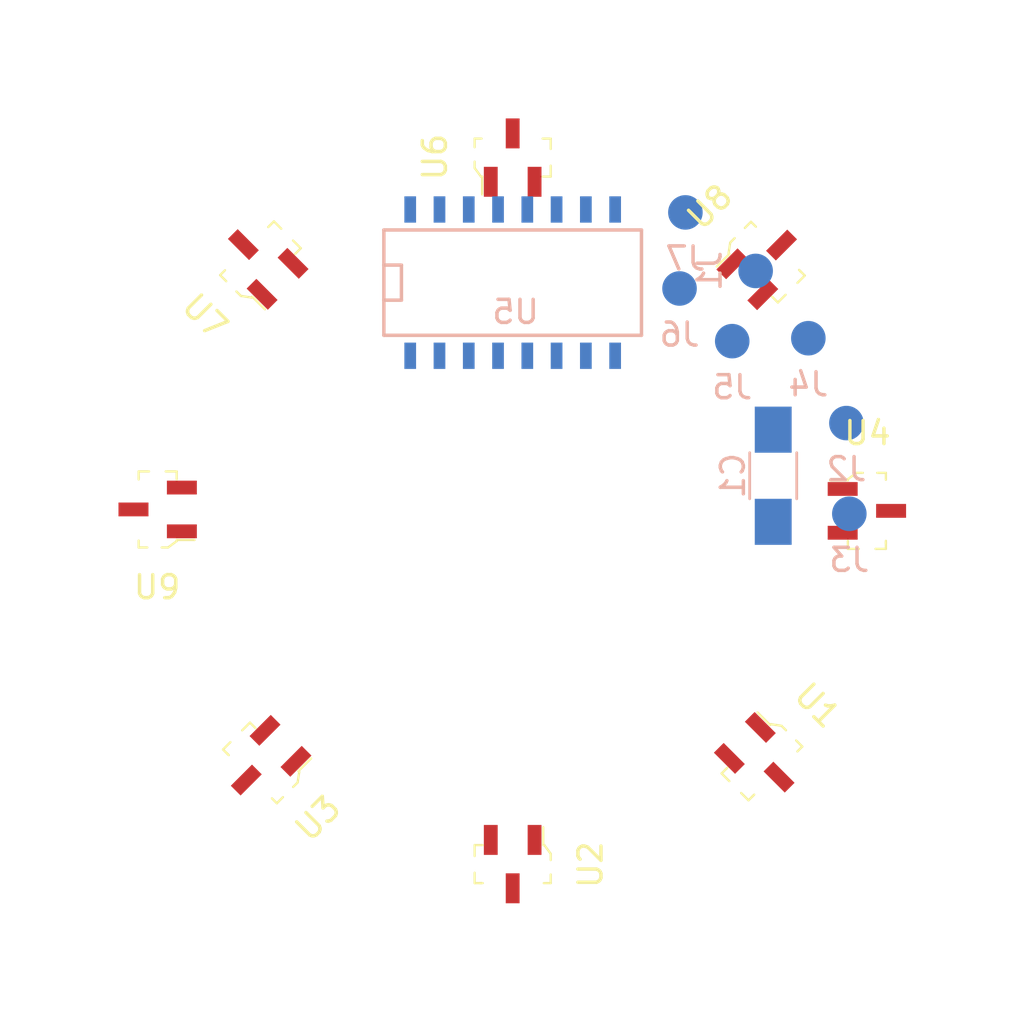
<source format=kicad_pcb>
(kicad_pcb (version 20171130) (host pcbnew 5.0.2-bee76a0~70~ubuntu18.04.1)

  (general
    (thickness 1.6)
    (drawings 0)
    (tracks 0)
    (zones 0)
    (modules 18)
    (nets 16)
  )

  (page A4)
  (layers
    (0 F.Cu signal)
    (31 B.Cu signal)
    (32 B.Adhes user)
    (33 F.Adhes user)
    (34 B.Paste user)
    (35 F.Paste user)
    (36 B.SilkS user)
    (37 F.SilkS user)
    (38 B.Mask user)
    (39 F.Mask user)
    (40 Dwgs.User user)
    (41 Cmts.User user)
    (42 Eco1.User user)
    (43 Eco2.User user)
    (44 Edge.Cuts user)
    (45 Margin user)
    (46 B.CrtYd user)
    (47 F.CrtYd user)
    (48 B.Fab user)
    (49 F.Fab user)
  )

  (setup
    (last_trace_width 0.25)
    (trace_clearance 0.2)
    (zone_clearance 0.508)
    (zone_45_only no)
    (trace_min 0.2)
    (segment_width 0.2)
    (edge_width 0.15)
    (via_size 0.6)
    (via_drill 0.4)
    (via_min_size 0.4)
    (via_min_drill 0.3)
    (uvia_size 0.3)
    (uvia_drill 0.1)
    (uvias_allowed no)
    (uvia_min_size 0.2)
    (uvia_min_drill 0.1)
    (pcb_text_width 0.3)
    (pcb_text_size 1.5 1.5)
    (mod_edge_width 0.15)
    (mod_text_size 1 1)
    (mod_text_width 0.15)
    (pad_size 1.524 1.524)
    (pad_drill 0.762)
    (pad_to_mask_clearance 0.2)
    (solder_mask_min_width 0.25)
    (aux_axis_origin 0 0)
    (visible_elements FFFFFF7F)
    (pcbplotparams
      (layerselection 0x00030_80000001)
      (usegerberextensions false)
      (usegerberattributes false)
      (usegerberadvancedattributes false)
      (creategerberjobfile false)
      (excludeedgelayer true)
      (linewidth 0.100000)
      (plotframeref false)
      (viasonmask false)
      (mode 1)
      (useauxorigin false)
      (hpglpennumber 1)
      (hpglpenspeed 20)
      (hpglpendiameter 15.000000)
      (psnegative false)
      (psa4output false)
      (plotreference true)
      (plotvalue true)
      (plotinvisibletext false)
      (padsonsilk false)
      (subtractmaskfromsilk false)
      (outputformat 1)
      (mirror false)
      (drillshape 1)
      (scaleselection 1)
      (outputdirectory ""))
  )

  (net 0 "")
  (net 1 VCC)
  (net 2 GND)
  (net 3 "Net-(U1-Pad2)")
  (net 4 "Net-(U2-Pad2)")
  (net 5 "Net-(U3-Pad2)")
  (net 6 "Net-(U4-Pad2)")
  (net 7 "Net-(U5-Pad5)")
  (net 8 "Net-(U5-Pad4)")
  (net 9 "Net-(U5-Pad2)")
  (net 10 "Net-(U5-Pad1)")
  (net 11 "Net-(J4-Pad1)")
  (net 12 "Net-(J5-Pad1)")
  (net 13 "Net-(J7-Pad1)")
  (net 14 "Net-(J1-Pad1)")
  (net 15 "Net-(J6-Pad1)")

  (net_class Default "This is the default net class."
    (clearance 0.2)
    (trace_width 0.25)
    (via_dia 0.6)
    (via_drill 0.4)
    (uvia_dia 0.3)
    (uvia_drill 0.1)
    (add_net GND)
    (add_net "Net-(J1-Pad1)")
    (add_net "Net-(J4-Pad1)")
    (add_net "Net-(J5-Pad1)")
    (add_net "Net-(J6-Pad1)")
    (add_net "Net-(J7-Pad1)")
    (add_net "Net-(U1-Pad2)")
    (add_net "Net-(U2-Pad2)")
    (add_net "Net-(U3-Pad2)")
    (add_net "Net-(U4-Pad2)")
    (add_net "Net-(U5-Pad1)")
    (add_net "Net-(U5-Pad2)")
    (add_net "Net-(U5-Pad4)")
    (add_net "Net-(U5-Pad5)")
    (add_net VCC)
  )

  (module Capacitors_SMD:C_1206_HandSoldering (layer B.Cu) (tedit 58AA84D1) (tstamp 5C85D5A4)
    (at 243.713 79.756 270)
    (descr "Capacitor SMD 1206, hand soldering")
    (tags "capacitor 1206")
    (path /5C79F1DF)
    (attr smd)
    (fp_text reference C1 (at 0 1.75 270) (layer B.SilkS)
      (effects (font (size 1 1) (thickness 0.15)) (justify mirror))
    )
    (fp_text value C (at 0 -2 270) (layer B.Fab)
      (effects (font (size 1 1) (thickness 0.15)) (justify mirror))
    )
    (fp_text user %R (at 0 1.75 270) (layer B.Fab)
      (effects (font (size 1 1) (thickness 0.15)) (justify mirror))
    )
    (fp_line (start -1.6 -0.8) (end -1.6 0.8) (layer B.Fab) (width 0.1))
    (fp_line (start 1.6 -0.8) (end -1.6 -0.8) (layer B.Fab) (width 0.1))
    (fp_line (start 1.6 0.8) (end 1.6 -0.8) (layer B.Fab) (width 0.1))
    (fp_line (start -1.6 0.8) (end 1.6 0.8) (layer B.Fab) (width 0.1))
    (fp_line (start 1 1.02) (end -1 1.02) (layer B.SilkS) (width 0.12))
    (fp_line (start -1 -1.02) (end 1 -1.02) (layer B.SilkS) (width 0.12))
    (fp_line (start -3.250001 1.05) (end 3.25 1.050001) (layer B.CrtYd) (width 0.05))
    (fp_line (start -3.250001 1.05) (end -3.25 -1.050001) (layer B.CrtYd) (width 0.05))
    (fp_line (start 3.250001 -1.05) (end 3.25 1.050001) (layer B.CrtYd) (width 0.05))
    (fp_line (start 3.250001 -1.05) (end -3.25 -1.050001) (layer B.CrtYd) (width 0.05))
    (pad 1 smd rect (at -2 0 270) (size 2 1.6) (layers B.Cu B.Paste B.Mask)
      (net 1 VCC))
    (pad 2 smd rect (at 2 0 270) (size 2 1.6) (layers B.Cu B.Paste B.Mask)
      (net 2 GND))
    (model Capacitors_SMD.3dshapes/C_1206.wrl
      (at (xyz 0 0 0))
      (scale (xyz 1 1 1))
      (rotate (xyz 0 0 0))
    )
  )

  (module digikey-footprints:SOT-23-3 (layer F.Cu) (tedit 59D275F3) (tstamp 5C85DF03)
    (at 243.224538 92.094538 315)
    (path /5C79D70C)
    (fp_text reference U1 (at 0.025 -3.375 315) (layer F.SilkS)
      (effects (font (size 1 1) (thickness 0.15)))
    )
    (fp_text value DRV5053VAQDBZR (at 0.025 3.25 315) (layer F.Fab)
      (effects (font (size 1 1) (thickness 0.15)))
    )
    (fp_line (start -1.825 -1.95) (end 1.825 -1.95) (layer F.CrtYd) (width 0.05))
    (fp_line (start -1.825 -1.95) (end -1.825 1.95) (layer F.CrtYd) (width 0.05))
    (fp_line (start 1.825 1.95) (end -1.825 1.95) (layer F.CrtYd) (width 0.05))
    (fp_line (start 1.825 -1.95) (end 1.825 1.95) (layer F.CrtYd) (width 0.05))
    (fp_line (start -0.175 -1.65) (end -0.45 -1.65) (layer F.SilkS) (width 0.1))
    (fp_line (start -0.45 -1.65) (end -0.825 -1.375) (layer F.SilkS) (width 0.1))
    (fp_line (start -0.825 -1.375) (end -0.825 -1.325) (layer F.SilkS) (width 0.1))
    (fp_line (start -0.825 -1.325) (end -1.6 -1.325) (layer F.SilkS) (width 0.1))
    (fp_line (start -0.7 -1.325) (end -0.7 1.525) (layer F.Fab) (width 0.1))
    (fp_line (start -0.425 -1.525) (end 0.7 -1.525) (layer F.Fab) (width 0.1))
    (fp_line (start -0.425 -1.525) (end -0.7 -1.325) (layer F.Fab) (width 0.1))
    (fp_line (start -0.35 1.65) (end -0.825 1.65) (layer F.SilkS) (width 0.1))
    (fp_line (start -0.825 1.65) (end -0.825 1.3) (layer F.SilkS) (width 0.1))
    (fp_line (start 0.825 1.425) (end 0.825 1.3) (layer F.SilkS) (width 0.1))
    (fp_line (start 0.825 1.35) (end 0.825 1.65) (layer F.SilkS) (width 0.1))
    (fp_line (start 0.825 1.65) (end 0.375 1.65) (layer F.SilkS) (width 0.1))
    (fp_line (start 0.45 -1.65) (end 0.825 -1.65) (layer F.SilkS) (width 0.1))
    (fp_line (start 0.825 -1.65) (end 0.825 -1.35) (layer F.SilkS) (width 0.1))
    (fp_text user %R (at -0.125 0.15 315) (layer F.Fab)
      (effects (font (size 0.25 0.25) (thickness 0.05)))
    )
    (fp_line (start -0.7 1.52) (end 0.7 1.52) (layer F.Fab) (width 0.1))
    (fp_line (start 0.7 1.52) (end 0.7 -1.52) (layer F.Fab) (width 0.1))
    (pad 3 smd rect (at 1.05 0 315) (size 1.3 0.6) (layers F.Cu F.Paste F.Mask)
      (net 2 GND) (solder_mask_margin 0.07))
    (pad 2 smd rect (at -1.05 0.95 315) (size 1.3 0.6) (layers F.Cu F.Paste F.Mask)
      (net 3 "Net-(U1-Pad2)") (solder_mask_margin 0.07))
    (pad 1 smd rect (at -1.05 -0.95 315) (size 1.3 0.6) (layers F.Cu F.Paste F.Mask)
      (net 1 VCC) (solder_mask_margin 0.07))
  )

  (module digikey-footprints:SOT-23-3 (layer F.Cu) (tedit 59D275F3) (tstamp 5C85DABD)
    (at 232.41 96.613 270)
    (path /5C79DA4D)
    (fp_text reference U2 (at 0.025 -3.375 270) (layer F.SilkS)
      (effects (font (size 1 1) (thickness 0.15)))
    )
    (fp_text value DRV5053VAQDBZR (at 0.025 3.25 270) (layer F.Fab)
      (effects (font (size 1 1) (thickness 0.15)))
    )
    (fp_line (start -1.825 -1.950001) (end 1.824999 -1.95) (layer F.CrtYd) (width 0.05))
    (fp_line (start -1.825 -1.950001) (end -1.824999 1.95) (layer F.CrtYd) (width 0.05))
    (fp_line (start 1.825 1.950001) (end -1.824999 1.95) (layer F.CrtYd) (width 0.05))
    (fp_line (start 1.824999 -1.95) (end 1.825 1.950001) (layer F.CrtYd) (width 0.05))
    (fp_line (start -0.175 -1.65) (end -0.45 -1.65) (layer F.SilkS) (width 0.1))
    (fp_line (start -0.45 -1.65) (end -0.825 -1.375) (layer F.SilkS) (width 0.1))
    (fp_line (start -0.825 -1.375) (end -0.825 -1.325) (layer F.SilkS) (width 0.1))
    (fp_line (start -0.825 -1.325) (end -1.6 -1.325) (layer F.SilkS) (width 0.1))
    (fp_line (start -0.7 -1.325) (end -0.7 1.525) (layer F.Fab) (width 0.1))
    (fp_line (start -0.425 -1.525) (end 0.7 -1.525) (layer F.Fab) (width 0.1))
    (fp_line (start -0.425 -1.525) (end -0.7 -1.325) (layer F.Fab) (width 0.1))
    (fp_line (start -0.35 1.65) (end -0.825 1.65) (layer F.SilkS) (width 0.1))
    (fp_line (start -0.825 1.65) (end -0.825 1.3) (layer F.SilkS) (width 0.1))
    (fp_line (start 0.825 1.425) (end 0.825 1.3) (layer F.SilkS) (width 0.1))
    (fp_line (start 0.825 1.35) (end 0.825 1.65) (layer F.SilkS) (width 0.1))
    (fp_line (start 0.825 1.65) (end 0.375 1.65) (layer F.SilkS) (width 0.1))
    (fp_line (start 0.45 -1.65) (end 0.825 -1.65) (layer F.SilkS) (width 0.1))
    (fp_line (start 0.825 -1.65) (end 0.825 -1.35) (layer F.SilkS) (width 0.1))
    (fp_text user %R (at -0.125 0.15 270) (layer F.Fab)
      (effects (font (size 0.25 0.25) (thickness 0.05)))
    )
    (fp_line (start -0.7 1.52) (end 0.7 1.52) (layer F.Fab) (width 0.1))
    (fp_line (start 0.7 1.52) (end 0.7 -1.52) (layer F.Fab) (width 0.1))
    (pad 3 smd rect (at 1.05 0 270) (size 1.3 0.6) (layers F.Cu F.Paste F.Mask)
      (net 2 GND) (solder_mask_margin 0.07))
    (pad 2 smd rect (at -1.05 0.95 270) (size 1.3 0.6) (layers F.Cu F.Paste F.Mask)
      (net 4 "Net-(U2-Pad2)") (solder_mask_margin 0.07))
    (pad 1 smd rect (at -1.05 -0.95 270) (size 1.3 0.6) (layers F.Cu F.Paste F.Mask)
      (net 1 VCC) (solder_mask_margin 0.07))
  )

  (module digikey-footprints:SOT-23-3 (layer F.Cu) (tedit 59D275F3) (tstamp 5C79E927)
    (at 221.595462 92.221538 225)
    (path /5C79DB6B)
    (fp_text reference U3 (at 0.025 -3.375 225) (layer F.SilkS)
      (effects (font (size 1 1) (thickness 0.15)))
    )
    (fp_text value DRV5053VAQDBZR (at 0.025 3.25 225) (layer F.Fab)
      (effects (font (size 1 1) (thickness 0.15)))
    )
    (fp_line (start -1.825 -1.95) (end 1.825 -1.95) (layer F.CrtYd) (width 0.05))
    (fp_line (start -1.825 -1.95) (end -1.825 1.95) (layer F.CrtYd) (width 0.05))
    (fp_line (start 1.825 1.95) (end -1.825 1.95) (layer F.CrtYd) (width 0.05))
    (fp_line (start 1.825 -1.95) (end 1.825 1.95) (layer F.CrtYd) (width 0.05))
    (fp_line (start -0.175 -1.65) (end -0.45 -1.65) (layer F.SilkS) (width 0.1))
    (fp_line (start -0.45 -1.65) (end -0.825 -1.375) (layer F.SilkS) (width 0.1))
    (fp_line (start -0.825 -1.375) (end -0.825001 -1.325) (layer F.SilkS) (width 0.1))
    (fp_line (start -0.825001 -1.325) (end -1.6 -1.325) (layer F.SilkS) (width 0.1))
    (fp_line (start -0.7 -1.325) (end -0.7 1.525) (layer F.Fab) (width 0.1))
    (fp_line (start -0.425 -1.525) (end 0.7 -1.525) (layer F.Fab) (width 0.1))
    (fp_line (start -0.425 -1.525) (end -0.7 -1.325) (layer F.Fab) (width 0.1))
    (fp_line (start -0.35 1.65) (end -0.825 1.65) (layer F.SilkS) (width 0.1))
    (fp_line (start -0.825 1.65) (end -0.825 1.3) (layer F.SilkS) (width 0.1))
    (fp_line (start 0.825 1.425) (end 0.825 1.3) (layer F.SilkS) (width 0.1))
    (fp_line (start 0.825 1.35) (end 0.825 1.65) (layer F.SilkS) (width 0.1))
    (fp_line (start 0.825 1.65) (end 0.375 1.65) (layer F.SilkS) (width 0.1))
    (fp_line (start 0.45 -1.65) (end 0.825 -1.65) (layer F.SilkS) (width 0.1))
    (fp_line (start 0.825 -1.65) (end 0.825 -1.35) (layer F.SilkS) (width 0.1))
    (fp_text user %R (at -0.125 0.15 225) (layer F.Fab)
      (effects (font (size 0.25 0.25) (thickness 0.05)))
    )
    (fp_line (start -0.7 1.52) (end 0.7 1.52) (layer F.Fab) (width 0.1))
    (fp_line (start 0.7 1.52) (end 0.7 -1.52) (layer F.Fab) (width 0.1))
    (pad 3 smd rect (at 1.05 0 225) (size 1.3 0.6) (layers F.Cu F.Paste F.Mask)
      (net 2 GND) (solder_mask_margin 0.07))
    (pad 2 smd rect (at -1.050001 0.95 225) (size 1.3 0.6) (layers F.Cu F.Paste F.Mask)
      (net 5 "Net-(U3-Pad2)") (solder_mask_margin 0.07))
    (pad 1 smd rect (at -1.050001 -0.95 225) (size 1.3 0.6) (layers F.Cu F.Paste F.Mask)
      (net 1 VCC) (solder_mask_margin 0.07))
  )

  (module digikey-footprints:SOT-23-3 (layer F.Cu) (tedit 59D275F3) (tstamp 5C79E943)
    (at 247.777 81.28)
    (path /5C79DC91)
    (fp_text reference U4 (at 0.025 -3.375) (layer F.SilkS)
      (effects (font (size 1 1) (thickness 0.15)))
    )
    (fp_text value DRV5053VAQDBZR (at 0.025 3.25) (layer F.Fab)
      (effects (font (size 1 1) (thickness 0.15)))
    )
    (fp_line (start -1.825 -1.95) (end 1.825 -1.95) (layer F.CrtYd) (width 0.05))
    (fp_line (start -1.825 -1.95) (end -1.825 1.95) (layer F.CrtYd) (width 0.05))
    (fp_line (start 1.825 1.95) (end -1.825 1.95) (layer F.CrtYd) (width 0.05))
    (fp_line (start 1.825 -1.95) (end 1.825 1.95) (layer F.CrtYd) (width 0.05))
    (fp_line (start -0.175 -1.65) (end -0.45 -1.65) (layer F.SilkS) (width 0.1))
    (fp_line (start -0.45 -1.65) (end -0.825 -1.375) (layer F.SilkS) (width 0.1))
    (fp_line (start -0.825 -1.375) (end -0.825 -1.325) (layer F.SilkS) (width 0.1))
    (fp_line (start -0.825 -1.325) (end -1.6 -1.325) (layer F.SilkS) (width 0.1))
    (fp_line (start -0.7 -1.325) (end -0.7 1.525) (layer F.Fab) (width 0.1))
    (fp_line (start -0.425 -1.525) (end 0.7 -1.525) (layer F.Fab) (width 0.1))
    (fp_line (start -0.425 -1.525) (end -0.7 -1.325) (layer F.Fab) (width 0.1))
    (fp_line (start -0.35 1.65) (end -0.825 1.65) (layer F.SilkS) (width 0.1))
    (fp_line (start -0.825 1.65) (end -0.825 1.3) (layer F.SilkS) (width 0.1))
    (fp_line (start 0.825 1.425) (end 0.825 1.3) (layer F.SilkS) (width 0.1))
    (fp_line (start 0.825 1.35) (end 0.825 1.65) (layer F.SilkS) (width 0.1))
    (fp_line (start 0.825 1.65) (end 0.375 1.65) (layer F.SilkS) (width 0.1))
    (fp_line (start 0.45 -1.65) (end 0.825 -1.65) (layer F.SilkS) (width 0.1))
    (fp_line (start 0.825 -1.65) (end 0.825 -1.35) (layer F.SilkS) (width 0.1))
    (fp_text user %R (at -0.125 0.15) (layer F.Fab)
      (effects (font (size 0.25 0.25) (thickness 0.05)))
    )
    (fp_line (start -0.7 1.52) (end 0.7 1.52) (layer F.Fab) (width 0.1))
    (fp_line (start 0.7 1.52) (end 0.7 -1.52) (layer F.Fab) (width 0.1))
    (pad 3 smd rect (at 1.05 0) (size 1.3 0.6) (layers F.Cu F.Paste F.Mask)
      (net 2 GND) (solder_mask_margin 0.07))
    (pad 2 smd rect (at -1.050001 0.95) (size 1.3 0.6) (layers F.Cu F.Paste F.Mask)
      (net 6 "Net-(U4-Pad2)") (solder_mask_margin 0.07))
    (pad 1 smd rect (at -1.050001 -0.95) (size 1.3 0.6) (layers F.Cu F.Paste F.Mask)
      (net 1 VCC) (solder_mask_margin 0.07))
  )

  (module SMD_Packages:SO-16-N (layer B.Cu) (tedit 0) (tstamp 5C85EE99)
    (at 232.41 71.374)
    (descr "Module CMS SOJ 16 pins large")
    (tags "CMS SOJ")
    (path /5C79D3AB)
    (attr smd)
    (fp_text reference U5 (at 0.127 1.27) (layer B.SilkS)
      (effects (font (size 1 1) (thickness 0.15)) (justify mirror))
    )
    (fp_text value 4051 (at 0 -1.27) (layer B.Fab)
      (effects (font (size 1 1) (thickness 0.15)) (justify mirror))
    )
    (fp_line (start -5.588 0.762) (end -4.826 0.762) (layer B.SilkS) (width 0.15))
    (fp_line (start -4.826 0.762) (end -4.826 -0.762) (layer B.SilkS) (width 0.15))
    (fp_line (start -4.826 -0.762) (end -5.588 -0.762) (layer B.SilkS) (width 0.15))
    (fp_line (start 5.588 2.286) (end 5.588 -2.286) (layer B.SilkS) (width 0.15))
    (fp_line (start 5.588 -2.286) (end -5.588 -2.286) (layer B.SilkS) (width 0.15))
    (fp_line (start -5.588 -2.286) (end -5.588 2.286) (layer B.SilkS) (width 0.15))
    (fp_line (start -5.588 2.286) (end 5.588 2.286) (layer B.SilkS) (width 0.15))
    (pad 16 smd rect (at -4.445 3.175) (size 0.508 1.143) (layers B.Cu B.Paste B.Mask)
      (net 1 VCC))
    (pad 14 smd rect (at -1.905 3.175) (size 0.508 1.143) (layers B.Cu B.Paste B.Mask)
      (net 4 "Net-(U2-Pad2)"))
    (pad 13 smd rect (at -0.635 3.175) (size 0.508 1.143) (layers B.Cu B.Paste B.Mask)
      (net 3 "Net-(U1-Pad2)"))
    (pad 12 smd rect (at 0.635 3.175) (size 0.508 1.143) (layers B.Cu B.Paste B.Mask)
      (net 6 "Net-(U4-Pad2)"))
    (pad 11 smd rect (at 1.905 3.175) (size 0.508 1.143) (layers B.Cu B.Paste B.Mask)
      (net 15 "Net-(J6-Pad1)"))
    (pad 10 smd rect (at 3.175 3.175) (size 0.508 1.143) (layers B.Cu B.Paste B.Mask)
      (net 12 "Net-(J5-Pad1)"))
    (pad 9 smd rect (at 4.445 3.175) (size 0.508 1.143) (layers B.Cu B.Paste B.Mask)
      (net 11 "Net-(J4-Pad1)"))
    (pad 8 smd rect (at 4.445 -3.175) (size 0.508 1.143) (layers B.Cu B.Paste B.Mask)
      (net 2 GND))
    (pad 7 smd rect (at 3.175 -3.175) (size 0.508 1.143) (layers B.Cu B.Paste B.Mask)
      (net 1 VCC))
    (pad 6 smd rect (at 1.905 -3.175) (size 0.508 1.143) (layers B.Cu B.Paste B.Mask)
      (net 13 "Net-(J7-Pad1)"))
    (pad 5 smd rect (at 0.635 -3.175) (size 0.508 1.143) (layers B.Cu B.Paste B.Mask)
      (net 7 "Net-(U5-Pad5)"))
    (pad 4 smd rect (at -0.635 -3.175) (size 0.508 1.143) (layers B.Cu B.Paste B.Mask)
      (net 8 "Net-(U5-Pad4)"))
    (pad 3 smd rect (at -1.905 -3.175) (size 0.508 1.143) (layers B.Cu B.Paste B.Mask)
      (net 14 "Net-(J1-Pad1)"))
    (pad 2 smd rect (at -3.175 -3.175) (size 0.508 1.143) (layers B.Cu B.Paste B.Mask)
      (net 9 "Net-(U5-Pad2)"))
    (pad 1 smd rect (at -4.445 -3.175) (size 0.508 1.143) (layers B.Cu B.Paste B.Mask)
      (net 10 "Net-(U5-Pad1)"))
    (pad 15 smd rect (at -3.175 3.175) (size 0.508 1.143) (layers B.Cu B.Paste B.Mask)
      (net 5 "Net-(U3-Pad2)"))
    (model SMD_Packages.3dshapes/SO-16-N.wrl
      (at (xyz 0 0 0))
      (scale (xyz 0.5 0.4 0.5))
      (rotate (xyz 0 0 0))
    )
  )

  (module digikey-footprints:SOT-23-3 (layer F.Cu) (tedit 59D275F3) (tstamp 5C85C667)
    (at 232.41 65.947 90)
    (path /5C79F8D1)
    (fp_text reference U6 (at 0.025 -3.375 90) (layer F.SilkS)
      (effects (font (size 1 1) (thickness 0.15)))
    )
    (fp_text value DRV5053VAQDBZR (at 0.025 3.25 90) (layer F.Fab)
      (effects (font (size 1 1) (thickness 0.15)))
    )
    (fp_line (start -1.825 -1.95) (end 1.825 -1.95) (layer F.CrtYd) (width 0.05))
    (fp_line (start -1.825 -1.95) (end -1.825 1.95) (layer F.CrtYd) (width 0.05))
    (fp_line (start 1.825 1.95) (end -1.825 1.95) (layer F.CrtYd) (width 0.05))
    (fp_line (start 1.825 -1.95) (end 1.825 1.95) (layer F.CrtYd) (width 0.05))
    (fp_line (start -0.175 -1.65) (end -0.45 -1.65) (layer F.SilkS) (width 0.1))
    (fp_line (start -0.45 -1.65) (end -0.825 -1.375) (layer F.SilkS) (width 0.1))
    (fp_line (start -0.825 -1.375) (end -0.825001 -1.325) (layer F.SilkS) (width 0.1))
    (fp_line (start -0.825001 -1.325) (end -1.6 -1.325) (layer F.SilkS) (width 0.1))
    (fp_line (start -0.7 -1.325) (end -0.7 1.525) (layer F.Fab) (width 0.1))
    (fp_line (start -0.425 -1.525) (end 0.7 -1.525) (layer F.Fab) (width 0.1))
    (fp_line (start -0.425 -1.525) (end -0.7 -1.325) (layer F.Fab) (width 0.1))
    (fp_line (start -0.35 1.65) (end -0.825 1.65) (layer F.SilkS) (width 0.1))
    (fp_line (start -0.825 1.65) (end -0.825 1.3) (layer F.SilkS) (width 0.1))
    (fp_line (start 0.825 1.425) (end 0.825 1.3) (layer F.SilkS) (width 0.1))
    (fp_line (start 0.825 1.35) (end 0.825 1.65) (layer F.SilkS) (width 0.1))
    (fp_line (start 0.825 1.65) (end 0.375 1.65) (layer F.SilkS) (width 0.1))
    (fp_line (start 0.45 -1.65) (end 0.825 -1.65) (layer F.SilkS) (width 0.1))
    (fp_line (start 0.825 -1.65) (end 0.825 -1.35) (layer F.SilkS) (width 0.1))
    (fp_text user %R (at -0.125 0.15 90) (layer F.Fab)
      (effects (font (size 0.25 0.25) (thickness 0.05)))
    )
    (fp_line (start -0.7 1.52) (end 0.7 1.52) (layer F.Fab) (width 0.1))
    (fp_line (start 0.7 1.52) (end 0.7 -1.52) (layer F.Fab) (width 0.1))
    (pad 3 smd rect (at 1.05 0 90) (size 1.3 0.6) (layers F.Cu F.Paste F.Mask)
      (net 2 GND) (solder_mask_margin 0.07))
    (pad 2 smd rect (at -1.050001 0.95 90) (size 1.3 0.6) (layers F.Cu F.Paste F.Mask)
      (net 8 "Net-(U5-Pad4)") (solder_mask_margin 0.07))
    (pad 1 smd rect (at -1.050001 -0.95 90) (size 1.3 0.6) (layers F.Cu F.Paste F.Mask)
      (net 1 VCC) (solder_mask_margin 0.07))
  )

  (module digikey-footprints:SOT-23-3 (layer F.Cu) (tedit 59D275F3) (tstamp 5C85CDA4)
    (at 221.468462 70.465462 135)
    (path /5C79F8E0)
    (fp_text reference U7 (at 0.025 -3.375 135) (layer F.SilkS)
      (effects (font (size 1 1) (thickness 0.15)))
    )
    (fp_text value DRV5053VAQDBZR (at 0.025 3.25 135) (layer F.Fab)
      (effects (font (size 1 1) (thickness 0.15)))
    )
    (fp_line (start -1.825 -1.95) (end 1.825 -1.95) (layer F.CrtYd) (width 0.05))
    (fp_line (start -1.825 -1.95) (end -1.825 1.95) (layer F.CrtYd) (width 0.05))
    (fp_line (start 1.825 1.95) (end -1.825 1.95) (layer F.CrtYd) (width 0.05))
    (fp_line (start 1.825 -1.95) (end 1.825 1.95) (layer F.CrtYd) (width 0.05))
    (fp_line (start -0.175 -1.65) (end -0.45 -1.65) (layer F.SilkS) (width 0.1))
    (fp_line (start -0.45 -1.65) (end -0.825 -1.375) (layer F.SilkS) (width 0.1))
    (fp_line (start -0.825 -1.375) (end -0.825 -1.325) (layer F.SilkS) (width 0.1))
    (fp_line (start -0.825 -1.325) (end -1.6 -1.325) (layer F.SilkS) (width 0.1))
    (fp_line (start -0.7 -1.325) (end -0.7 1.525) (layer F.Fab) (width 0.1))
    (fp_line (start -0.425 -1.525) (end 0.7 -1.525) (layer F.Fab) (width 0.1))
    (fp_line (start -0.425 -1.525) (end -0.7 -1.325) (layer F.Fab) (width 0.1))
    (fp_line (start -0.35 1.65) (end -0.825 1.65) (layer F.SilkS) (width 0.1))
    (fp_line (start -0.825 1.65) (end -0.825 1.3) (layer F.SilkS) (width 0.1))
    (fp_line (start 0.825 1.425) (end 0.825 1.3) (layer F.SilkS) (width 0.1))
    (fp_line (start 0.825 1.35) (end 0.825 1.65) (layer F.SilkS) (width 0.1))
    (fp_line (start 0.825 1.65) (end 0.375 1.65) (layer F.SilkS) (width 0.1))
    (fp_line (start 0.45 -1.65) (end 0.825 -1.65) (layer F.SilkS) (width 0.1))
    (fp_line (start 0.825 -1.65) (end 0.825 -1.35) (layer F.SilkS) (width 0.1))
    (fp_text user %R (at -0.125 0.15 135) (layer F.Fab)
      (effects (font (size 0.25 0.25) (thickness 0.05)))
    )
    (fp_line (start -0.7 1.52) (end 0.7 1.52) (layer F.Fab) (width 0.1))
    (fp_line (start 0.7 1.52) (end 0.7 -1.52) (layer F.Fab) (width 0.1))
    (pad 3 smd rect (at 1.05 0 135) (size 1.3 0.6) (layers F.Cu F.Paste F.Mask)
      (net 2 GND) (solder_mask_margin 0.07))
    (pad 2 smd rect (at -1.05 0.95 135) (size 1.3 0.6) (layers F.Cu F.Paste F.Mask)
      (net 9 "Net-(U5-Pad2)") (solder_mask_margin 0.07))
    (pad 1 smd rect (at -1.05 -0.95 135) (size 1.3 0.6) (layers F.Cu F.Paste F.Mask)
      (net 1 VCC) (solder_mask_margin 0.07))
  )

  (module digikey-footprints:SOT-23-3 (layer F.Cu) (tedit 59D275F3) (tstamp 5C85CB0A)
    (at 243.332 70.485 45)
    (path /5C79F8EF)
    (fp_text reference U8 (at 0.025 -3.375 45) (layer F.SilkS)
      (effects (font (size 1 1) (thickness 0.15)))
    )
    (fp_text value DRV5053VAQDBZR (at 0.025 3.25 45) (layer F.Fab)
      (effects (font (size 1 1) (thickness 0.15)))
    )
    (fp_line (start -1.825 -1.95) (end 1.825 -1.95) (layer F.CrtYd) (width 0.05))
    (fp_line (start -1.825 -1.95) (end -1.825 1.95) (layer F.CrtYd) (width 0.05))
    (fp_line (start 1.825 1.95) (end -1.825 1.95) (layer F.CrtYd) (width 0.05))
    (fp_line (start 1.825 -1.95) (end 1.825 1.95) (layer F.CrtYd) (width 0.05))
    (fp_line (start -0.175 -1.65) (end -0.45 -1.65) (layer F.SilkS) (width 0.1))
    (fp_line (start -0.45 -1.65) (end -0.825 -1.375) (layer F.SilkS) (width 0.1))
    (fp_line (start -0.825 -1.375) (end -0.825 -1.325) (layer F.SilkS) (width 0.1))
    (fp_line (start -0.825 -1.325) (end -1.6 -1.325) (layer F.SilkS) (width 0.1))
    (fp_line (start -0.7 -1.325) (end -0.7 1.525) (layer F.Fab) (width 0.1))
    (fp_line (start -0.425 -1.525) (end 0.7 -1.525) (layer F.Fab) (width 0.1))
    (fp_line (start -0.425 -1.525) (end -0.7 -1.325) (layer F.Fab) (width 0.1))
    (fp_line (start -0.35 1.65) (end -0.825 1.65) (layer F.SilkS) (width 0.1))
    (fp_line (start -0.825 1.65) (end -0.825 1.3) (layer F.SilkS) (width 0.1))
    (fp_line (start 0.825 1.425) (end 0.825 1.3) (layer F.SilkS) (width 0.1))
    (fp_line (start 0.825 1.35) (end 0.825 1.65) (layer F.SilkS) (width 0.1))
    (fp_line (start 0.825 1.65) (end 0.375 1.65) (layer F.SilkS) (width 0.1))
    (fp_line (start 0.45 -1.65) (end 0.825 -1.65) (layer F.SilkS) (width 0.1))
    (fp_line (start 0.825 -1.65) (end 0.825 -1.35) (layer F.SilkS) (width 0.1))
    (fp_text user %R (at -0.125 0.15 45) (layer F.Fab)
      (effects (font (size 0.25 0.25) (thickness 0.05)))
    )
    (fp_line (start -0.7 1.52) (end 0.7 1.52) (layer F.Fab) (width 0.1))
    (fp_line (start 0.7 1.52) (end 0.7 -1.52) (layer F.Fab) (width 0.1))
    (pad 3 smd rect (at 1.05 0 45) (size 1.3 0.6) (layers F.Cu F.Paste F.Mask)
      (net 2 GND) (solder_mask_margin 0.07))
    (pad 2 smd rect (at -1.05 0.95 45) (size 1.3 0.6) (layers F.Cu F.Paste F.Mask)
      (net 7 "Net-(U5-Pad5)") (solder_mask_margin 0.07))
    (pad 1 smd rect (at -1.05 -0.95 45) (size 1.3 0.6) (layers F.Cu F.Paste F.Mask)
      (net 1 VCC) (solder_mask_margin 0.07))
  )

  (module digikey-footprints:SOT-23-3 (layer F.Cu) (tedit 59D275F3) (tstamp 5C85D17A)
    (at 217.008999 81.219 180)
    (path /5C79F8FE)
    (fp_text reference U9 (at 0.025 -3.375 180) (layer F.SilkS)
      (effects (font (size 1 1) (thickness 0.15)))
    )
    (fp_text value DRV5053VAQDBZR (at 0.025 3.25 180) (layer F.Fab)
      (effects (font (size 1 1) (thickness 0.15)))
    )
    (fp_line (start -1.825 -1.95) (end 1.825 -1.95) (layer F.CrtYd) (width 0.05))
    (fp_line (start -1.825 -1.95) (end -1.825 1.95) (layer F.CrtYd) (width 0.05))
    (fp_line (start 1.825 1.95) (end -1.825 1.95) (layer F.CrtYd) (width 0.05))
    (fp_line (start 1.825 -1.95) (end 1.825 1.95) (layer F.CrtYd) (width 0.05))
    (fp_line (start -0.175 -1.65) (end -0.45 -1.65) (layer F.SilkS) (width 0.1))
    (fp_line (start -0.45 -1.65) (end -0.825 -1.375) (layer F.SilkS) (width 0.1))
    (fp_line (start -0.825 -1.375) (end -0.825001 -1.325) (layer F.SilkS) (width 0.1))
    (fp_line (start -0.825001 -1.325) (end -1.6 -1.325) (layer F.SilkS) (width 0.1))
    (fp_line (start -0.7 -1.325) (end -0.7 1.525) (layer F.Fab) (width 0.1))
    (fp_line (start -0.425 -1.525) (end 0.7 -1.525) (layer F.Fab) (width 0.1))
    (fp_line (start -0.425 -1.525) (end -0.7 -1.325) (layer F.Fab) (width 0.1))
    (fp_line (start -0.35 1.65) (end -0.825 1.65) (layer F.SilkS) (width 0.1))
    (fp_line (start -0.825 1.65) (end -0.825 1.3) (layer F.SilkS) (width 0.1))
    (fp_line (start 0.825 1.425) (end 0.825 1.3) (layer F.SilkS) (width 0.1))
    (fp_line (start 0.825 1.35) (end 0.825 1.65) (layer F.SilkS) (width 0.1))
    (fp_line (start 0.825 1.65) (end 0.375 1.65) (layer F.SilkS) (width 0.1))
    (fp_line (start 0.45 -1.65) (end 0.825 -1.65) (layer F.SilkS) (width 0.1))
    (fp_line (start 0.825 -1.65) (end 0.825 -1.35) (layer F.SilkS) (width 0.1))
    (fp_text user %R (at -0.569325 -2.782152 180) (layer F.Fab)
      (effects (font (size 0.25 0.25) (thickness 0.05)))
    )
    (fp_line (start -0.7 1.52) (end 0.7 1.52) (layer F.Fab) (width 0.1))
    (fp_line (start 0.7 1.52) (end 0.7 -1.52) (layer F.Fab) (width 0.1))
    (pad 3 smd rect (at 1.05 0 180) (size 1.3 0.6) (layers F.Cu F.Paste F.Mask)
      (net 2 GND) (solder_mask_margin 0.07))
    (pad 2 smd rect (at -1.050001 0.95 180) (size 1.3 0.6) (layers F.Cu F.Paste F.Mask)
      (net 10 "Net-(U5-Pad1)") (solder_mask_margin 0.07))
    (pad 1 smd rect (at -1.050001 -0.95 180) (size 1.3 0.6) (layers F.Cu F.Paste F.Mask)
      (net 1 VCC) (solder_mask_margin 0.07))
  )

  (module Measurement_Points:Measurement_Point_Round-SMD-Pad_Small (layer B.Cu) (tedit 56C35ED0) (tstamp 5C7A25A4)
    (at 242.951 70.866 270)
    (descr "Mesurement Point, Round, SMD Pad, DM 1.5mm,")
    (tags "Mesurement Point Round SMD Pad 1.5mm")
    (path /5C7A6642)
    (attr virtual)
    (fp_text reference J1 (at 0 2 270) (layer B.SilkS)
      (effects (font (size 1 1) (thickness 0.15)) (justify mirror))
    )
    (fp_text value TEST_1P (at 0 -2 270) (layer B.Fab)
      (effects (font (size 1 1) (thickness 0.15)) (justify mirror))
    )
    (fp_circle (center 0 0) (end 1 0) (layer B.CrtYd) (width 0.05))
    (pad 1 smd circle (at 0 0 270) (size 1.5 1.5) (layers B.Cu B.Mask)
      (net 14 "Net-(J1-Pad1)"))
  )

  (module Measurement_Points:Measurement_Point_Round-SMD-Pad_Small (layer B.Cu) (tedit 56C35ED0) (tstamp 5C85EB71)
    (at 246.888 77.47)
    (descr "Mesurement Point, Round, SMD Pad, DM 1.5mm,")
    (tags "Mesurement Point Round SMD Pad 1.5mm")
    (path /5C7A62DE)
    (attr virtual)
    (fp_text reference J2 (at 0 2) (layer B.SilkS)
      (effects (font (size 1 1) (thickness 0.15)) (justify mirror))
    )
    (fp_text value TEST_1P (at 0 -2) (layer B.Fab)
      (effects (font (size 1 1) (thickness 0.15)) (justify mirror))
    )
    (fp_circle (center 0 0) (end 1 0) (layer B.CrtYd) (width 0.05))
    (pad 1 smd circle (at 0 0) (size 1.5 1.5) (layers B.Cu B.Mask)
      (net 1 VCC))
  )

  (module Measurement_Points:Measurement_Point_Round-SMD-Pad_Small (layer B.Cu) (tedit 56C35ED0) (tstamp 5C7A25AC)
    (at 247.015 81.407)
    (descr "Mesurement Point, Round, SMD Pad, DM 1.5mm,")
    (tags "Mesurement Point Round SMD Pad 1.5mm")
    (path /5C875137)
    (attr virtual)
    (fp_text reference J3 (at 0 2) (layer B.SilkS)
      (effects (font (size 1 1) (thickness 0.15)) (justify mirror))
    )
    (fp_text value TEST_1P (at 0 -2) (layer B.Fab)
      (effects (font (size 1 1) (thickness 0.15)) (justify mirror))
    )
    (fp_circle (center 0 0) (end 1 0) (layer B.CrtYd) (width 0.05))
    (pad 1 smd circle (at 0 0) (size 1.5 1.5) (layers B.Cu B.Mask)
      (net 2 GND))
  )

  (module Measurement_Points:Measurement_Point_Round-SMD-Pad_Small (layer B.Cu) (tedit 56C35ED0) (tstamp 5C85ED02)
    (at 245.237 73.787)
    (descr "Mesurement Point, Round, SMD Pad, DM 1.5mm,")
    (tags "Mesurement Point Round SMD Pad 1.5mm")
    (path /5C7A66CF)
    (attr virtual)
    (fp_text reference J4 (at 0 2) (layer B.SilkS)
      (effects (font (size 1 1) (thickness 0.15)) (justify mirror))
    )
    (fp_text value TEST_1P (at 0 -2) (layer B.Fab)
      (effects (font (size 1 1) (thickness 0.15)) (justify mirror))
    )
    (fp_circle (center 0 0) (end 1 0) (layer B.CrtYd) (width 0.05))
    (pad 1 smd circle (at 0 0) (size 1.5 1.5) (layers B.Cu B.Mask)
      (net 11 "Net-(J4-Pad1)"))
  )

  (module Measurement_Points:Measurement_Point_Round-SMD-Pad_Small (layer B.Cu) (tedit 56C35ED0) (tstamp 5C7A25B4)
    (at 241.935 73.914)
    (descr "Mesurement Point, Round, SMD Pad, DM 1.5mm,")
    (tags "Mesurement Point Round SMD Pad 1.5mm")
    (path /5C7A6507)
    (attr virtual)
    (fp_text reference J5 (at 0 2) (layer B.SilkS)
      (effects (font (size 1 1) (thickness 0.15)) (justify mirror))
    )
    (fp_text value TEST_1P (at 0 -2) (layer B.Fab)
      (effects (font (size 1 1) (thickness 0.15)) (justify mirror))
    )
    (fp_circle (center 0 0) (end 1 0) (layer B.CrtYd) (width 0.05))
    (pad 1 smd circle (at 0 0) (size 1.5 1.5) (layers B.Cu B.Mask)
      (net 12 "Net-(J5-Pad1)"))
  )

  (module Measurement_Points:Measurement_Point_Round-SMD-Pad_Small (layer B.Cu) (tedit 56C35ED0) (tstamp 5C7A25B8)
    (at 239.649 71.628)
    (descr "Mesurement Point, Round, SMD Pad, DM 1.5mm,")
    (tags "Mesurement Point Round SMD Pad 1.5mm")
    (path /5C7A64AA)
    (attr virtual)
    (fp_text reference J6 (at 0 2) (layer B.SilkS)
      (effects (font (size 1 1) (thickness 0.15)) (justify mirror))
    )
    (fp_text value TEST_1P (at 0 -2) (layer B.Fab)
      (effects (font (size 1 1) (thickness 0.15)) (justify mirror))
    )
    (fp_circle (center 0 0) (end 1 0) (layer B.CrtYd) (width 0.05))
    (pad 1 smd circle (at 0 0) (size 1.5 1.5) (layers B.Cu B.Mask)
      (net 15 "Net-(J6-Pad1)"))
  )

  (module Measurement_Points:Measurement_Point_Round-SMD-Pad_Small (layer B.Cu) (tedit 56C35ED0) (tstamp 5C7A25BC)
    (at 239.903 68.326)
    (descr "Mesurement Point, Round, SMD Pad, DM 1.5mm,")
    (tags "Mesurement Point Round SMD Pad 1.5mm")
    (path /5C7A634B)
    (attr virtual)
    (fp_text reference J7 (at 0 2) (layer B.SilkS)
      (effects (font (size 1 1) (thickness 0.15)) (justify mirror))
    )
    (fp_text value TEST_1P (at 0 -2) (layer B.Fab)
      (effects (font (size 1 1) (thickness 0.15)) (justify mirror))
    )
    (fp_circle (center 0 0) (end 1 0) (layer B.CrtYd) (width 0.05))
    (pad 1 smd circle (at 0 0) (size 1.5 1.5) (layers B.Cu B.Mask)
      (net 13 "Net-(J7-Pad1)"))
  )

  (module graphics:layout.35mm (layer F.Cu) (tedit 0) (tstamp 5C85E92B)
    (at 232.41 81.28)
    (fp_text reference G*** (at 0 0) (layer F.SilkS) hide
      (effects (font (size 1.524 1.524) (thickness 0.3)))
    )
    (fp_text value LOGO (at 0.75 0) (layer F.SilkS) hide
      (effects (font (size 1.524 1.524) (thickness 0.3)))
    )
    (fp_poly (pts (xy 0.170867 -1.017051) (xy 0.328859 -0.977285) (xy 0.477313 -0.913687) (xy 0.613603 -0.828223)
      (xy 0.735104 -0.722861) (xy 0.83919 -0.599568) (xy 0.923235 -0.460311) (xy 0.984614 -0.307057)
      (xy 1.0207 -0.141773) (xy 1.028869 0.033574) (xy 1.028289 0.046953) (xy 1.004369 0.223652)
      (xy 0.952056 0.390551) (xy 0.87365 0.544647) (xy 0.771452 0.682938) (xy 0.647762 0.802422)
      (xy 0.504881 0.900098) (xy 0.345108 0.972963) (xy 0.309562 0.984851) (xy 0.188595 1.012543)
      (xy 0.05387 1.026293) (xy -0.082348 1.025761) (xy -0.207797 1.010609) (xy -0.252156 1.000394)
      (xy -0.420781 0.940111) (xy -0.574787 0.855415) (xy -0.709754 0.749158) (xy -0.807518 0.64233)
      (xy -0.905435 0.492703) (xy -0.974628 0.335212) (xy -1.016007 0.172965) (xy -1.030482 0.009067)
      (xy -1.026995 -0.04012) (xy -0.750371 -0.04012) (xy -0.745208 0.101561) (xy -0.71387 0.237104)
      (xy -0.658174 0.363507) (xy -0.579935 0.477767) (xy -0.480967 0.576882) (xy -0.363087 0.65785)
      (xy -0.228111 0.717669) (xy -0.077852 0.753335) (xy -0.015875 0.760024) (xy 0.011481 0.758543)
      (xy 0.059268 0.752963) (xy 0.111125 0.745412) (xy 0.258188 0.706704) (xy 0.39201 0.641014)
      (xy 0.509509 0.55144) (xy 0.607603 0.441081) (xy 0.683211 0.313035) (xy 0.733252 0.170401)
      (xy 0.745862 0.107156) (xy 0.752471 -0.033961) (xy 0.730579 -0.176718) (xy 0.682364 -0.314574)
      (xy 0.610003 -0.440986) (xy 0.532847 -0.532848) (xy 0.418343 -0.626637) (xy 0.292191 -0.693686)
      (xy 0.158305 -0.734654) (xy 0.020596 -0.750197) (xy -0.117025 -0.740972) (xy -0.250644 -0.707638)
      (xy -0.376351 -0.650852) (xy -0.490232 -0.571271) (xy -0.588378 -0.469552) (xy -0.666874 -0.346352)
      (xy -0.674915 -0.329888) (xy -0.727545 -0.184937) (xy -0.750371 -0.04012) (xy -1.026995 -0.04012)
      (xy -1.018965 -0.153376) (xy -0.982363 -0.311257) (xy -0.921588 -0.46147) (xy -0.83755 -0.600909)
      (xy -0.731158 -0.726468) (xy -0.603322 -0.835041) (xy -0.454953 -0.923521) (xy -0.334077 -0.973683)
      (xy -0.163226 -1.017217) (xy 0.005964 -1.031017) (xy 0.170867 -1.017051)) (layer Eco1.User) (width 0.01))
    (fp_poly (pts (xy 0.565177 -17.32163) (xy 1.305328 -17.281941) (xy 2.043605 -17.211026) (xy 2.77876 -17.10893)
      (xy 3.509544 -16.975699) (xy 3.6195 -16.952864) (xy 4.308595 -16.791761) (xy 4.99682 -16.599639)
      (xy 5.682048 -16.377204) (xy 6.362155 -16.125163) (xy 7.035012 -15.84422) (xy 7.254875 -15.745392)
      (xy 7.375117 -15.68916) (xy 7.513342 -15.622485) (xy 7.663127 -15.548626) (xy 7.81805 -15.470842)
      (xy 7.971688 -15.392394) (xy 8.11762 -15.31654) (xy 8.249422 -15.246541) (xy 8.360673 -15.185657)
      (xy 8.388003 -15.170267) (xy 8.450886 -15.134899) (xy 8.503026 -15.106187) (xy 8.538634 -15.087281)
      (xy 8.551762 -15.08125) (xy 8.571077 -15.072963) (xy 8.613779 -15.049459) (xy 8.676602 -15.012775)
      (xy 8.756281 -14.964949) (xy 8.849548 -14.908017) (xy 8.953139 -14.844018) (xy 9.063789 -14.774988)
      (xy 9.17823 -14.702965) (xy 9.293197 -14.629986) (xy 9.405425 -14.558088) (xy 9.511648 -14.489308)
      (xy 9.608599 -14.425684) (xy 9.691687 -14.37015) (xy 10.29791 -13.941029) (xy 10.884108 -13.487613)
      (xy 11.449563 -13.010623) (xy 11.993562 -12.510779) (xy 12.51539 -11.988801) (xy 13.01433 -11.445411)
      (xy 13.489669 -10.881329) (xy 13.940691 -10.297276) (xy 14.366681 -9.693971) (xy 14.437253 -9.5885)
      (xy 14.51582 -9.468817) (xy 14.599983 -9.338272) (xy 14.686699 -9.201772) (xy 14.772925 -9.064224)
      (xy 14.855617 -8.930534) (xy 14.931733 -8.805608) (xy 14.998229 -8.694354) (xy 15.052062 -8.601678)
      (xy 15.07724 -8.556625) (xy 15.106588 -8.503081) (xy 15.144903 -8.433382) (xy 15.185789 -8.359161)
      (xy 15.203844 -8.326438) (xy 15.505794 -7.75155) (xy 15.789541 -7.154542) (xy 16.052908 -6.540705)
      (xy 16.293715 -5.91533) (xy 16.509784 -5.283707) (xy 16.658553 -4.79425) (xy 16.846375 -4.082742)
      (xy 17.00364 -3.3636) (xy 17.130256 -2.638137) (xy 17.22613 -1.907668) (xy 17.291169 -1.173505)
      (xy 17.32528 -0.436962) (xy 17.328369 0.300648) (xy 17.300344 1.038009) (xy 17.241112 1.77381)
      (xy 17.167245 2.389187) (xy 17.05078 3.116791) (xy 16.904039 3.835811) (xy 16.727527 4.545439)
      (xy 16.521753 5.244866) (xy 16.287222 5.933283) (xy 16.024441 6.609882) (xy 15.733917 7.273855)
      (xy 15.416156 7.924392) (xy 15.071666 8.560686) (xy 14.700953 9.181928) (xy 14.304523 9.787309)
      (xy 13.882884 10.376021) (xy 13.436541 10.947256) (xy 12.966003 11.500204) (xy 12.471774 12.034058)
      (xy 11.954363 12.548009) (xy 11.414275 13.041248) (xy 10.852017 13.512966) (xy 10.268097 13.962356)
      (xy 9.66302 14.388609) (xy 9.636125 14.406682) (xy 9.522532 14.481892) (xy 9.396103 14.563933)
      (xy 9.26175 14.64975) (xy 9.124385 14.736292) (xy 8.988919 14.820504) (xy 8.860263 14.899333)
      (xy 8.74333 14.969726) (xy 8.643031 15.028629) (xy 8.564562 15.072835) (xy 8.495472 15.110754)
      (xy 8.414581 15.155652) (xy 8.337658 15.198769) (xy 8.326437 15.205107) (xy 8.249769 15.247213)
      (xy 8.149961 15.300128) (xy 8.03256 15.361058) (xy 7.903118 15.427213) (xy 7.767183 15.495801)
      (xy 7.630305 15.564031) (xy 7.498033 15.629112) (xy 7.375916 15.688252) (xy 7.269504 15.738659)
      (xy 7.223125 15.760081) (xy 6.538458 16.055358) (xy 5.844881 16.32022) (xy 5.142945 16.554556)
      (xy 4.433201 16.758259) (xy 3.716199 16.931219) (xy 2.99249 17.073329) (xy 2.262626 17.18448)
      (xy 1.527155 17.264562) (xy 0.786631 17.313468) (xy 0.041602 17.331089) (xy -0.679281 17.318398)
      (xy -1.3994 17.275731) (xy -2.118474 17.202395) (xy -2.834785 17.098863) (xy -3.546614 16.965611)
      (xy -4.252241 16.803114) (xy -4.949948 16.611846) (xy -5.638014 16.392282) (xy -6.314722 16.144898)
      (xy -6.978353 15.870168) (xy -7.627186 15.568566) (xy -8.259504 15.240569) (xy -8.3185 15.208138)
      (xy -8.397456 15.16476) (xy -8.485198 15.116929) (xy -8.565293 15.073595) (xy -8.580438 15.065457)
      (xy -8.654481 15.024389) (xy -8.733464 14.978462) (xy -8.801982 14.936663) (xy -8.810625 14.931163)
      (xy -8.86321 14.897912) (xy -8.9344 14.853539) (xy -9.015632 14.803351) (xy -9.098343 14.752656)
      (xy -9.115215 14.742371) (xy -9.56918 14.45358) (xy -10.02754 14.137914) (xy -10.48576 13.798968)
      (xy -10.939303 13.440334) (xy -11.383635 13.065606) (xy -11.814218 12.678378) (xy -12.226517 12.282243)
      (xy -12.24998 12.258864) (xy -12.65871 11.835867) (xy -13.058086 11.393081) (xy -13.444335 10.935244)
      (xy -13.813682 10.467093) (xy -14.162352 9.993366) (xy -14.486571 9.518801) (xy -14.700015 9.183687)
      (xy -14.756599 9.09208) (xy -14.820523 8.98871) (xy -14.883425 8.887092) (xy -14.930814 8.810625)
      (xy -14.977088 8.734882) (xy -15.021015 8.660961) (xy -15.057838 8.597) (xy -15.082796 8.551133)
      (xy -15.084038 8.548687) (xy -15.109727 8.499215) (xy -15.145128 8.433) (xy -15.184374 8.360965)
      (xy -15.20346 8.326437) (xy -15.506831 7.751799) (xy -15.79098 7.154783) (xy -16.054463 6.539318)
      (xy -16.295839 5.909331) (xy -16.513667 5.268749) (xy -16.706504 4.621498) (xy -16.872907 3.971508)
      (xy -16.977209 3.495835) (xy -17.076961 2.97007) (xy -17.15878 2.458689) (xy -17.223414 1.954193)
      (xy -17.271608 1.449085) (xy -17.30411 0.935869) (xy -17.321667 0.407046) (xy -17.325476 0)
      (xy -17.323683 -0.142875) (xy -17.04975 -0.142875) (xy -15.954375 -0.142875) (xy -15.954375 0.142875)
      (xy -17.04975 0.142875) (xy -17.049648 0.329406) (xy -17.045337 0.59062) (xy -17.033031 0.876875)
      (xy -17.013268 1.182629) (xy -16.986582 1.502339) (xy -16.953508 1.830463) (xy -16.914582 2.16146)
      (xy -16.870341 2.489788) (xy -16.821318 2.809903) (xy -16.794694 2.967952) (xy -16.771958 3.094428)
      (xy -16.746366 3.229598) (xy -16.71872 3.369831) (xy -16.68982 3.511492) (xy -16.660469 3.650949)
      (xy -16.631467 3.784568) (xy -16.603615 3.908715) (xy -16.577714 4.019758) (xy -16.554565 4.114063)
      (xy -16.534969 4.187998) (xy -16.519728 4.237928) (xy -16.509806 4.260051) (xy -16.492028 4.259308)
      (xy -16.447311 4.250994) (xy -16.379327 4.235975) (xy -16.291745 4.215117) (xy -16.188236 4.189287)
      (xy -16.072469 4.159349) (xy -15.988364 4.13702) (xy -15.86575 4.104302) (xy -15.752446 4.074397)
      (xy -15.652219 4.048274) (xy -15.568835 4.026901) (xy -15.506061 4.011248) (xy -15.467664 4.002283)
      (xy -15.457484 4.0005) (xy -15.444199 4.014587) (xy -15.427307 4.050956) (xy -15.409477 4.100764)
      (xy -15.393381 4.155169) (xy -15.38169 4.20533) (xy -15.377075 4.242405) (xy -15.380124 4.256568)
      (xy -15.397493 4.262903) (xy -15.441917 4.276309) (xy -15.50975 4.295764) (xy -15.597344 4.320247)
      (xy -15.701055 4.348734) (xy -15.817235 4.380204) (xy -15.906002 4.403986) (xy -16.028704 4.436879)
      (xy -16.141412 4.46741) (xy -16.240506 4.494575) (xy -16.322368 4.517369) (xy -16.383379 4.534786)
      (xy -16.419918 4.54582) (xy -16.429043 4.54925) (xy -16.428394 4.568037) (xy -16.418519 4.613703)
      (xy -16.400375 4.683057) (xy -16.374917 4.772905) (xy -16.3431 4.880053) (xy -16.30588 5.001309)
      (xy -16.264212 5.133479) (xy -16.219053 5.273369) (xy -16.171357 5.417788) (xy -16.15095 5.478575)
      (xy -15.917707 6.124845) (xy -15.656082 6.766255) (xy -15.369305 7.394983) (xy -15.304667 7.527763)
      (xy -15.253817 7.629891) (xy -15.198665 7.738675) (xy -15.141294 7.850197) (xy -15.083784 7.96054)
      (xy -15.028219 8.065784) (xy -14.97668 8.162013) (xy -14.931248 8.245308) (xy -14.894006 8.311751)
      (xy -14.867036 8.357424) (xy -14.85296 8.377864) (xy -14.842162 8.380169) (xy -14.819695 8.374098)
      (xy -14.783208 8.358443) (xy -14.730352 8.331997) (xy -14.658775 8.293552) (xy -14.566127 8.241897)
      (xy -14.450058 8.175826) (xy -14.366587 8.127833) (xy -14.25576 8.06411) (xy -14.153687 8.005755)
      (xy -14.063617 7.954599) (xy -13.988796 7.912472) (xy -13.932471 7.881205) (xy -13.897891 7.862629)
      (xy -13.888141 7.858125) (xy -13.877156 7.870624) (xy -13.855228 7.902928) (xy -13.827116 7.947244)
      (xy -13.797576 7.995778) (xy -13.771366 8.04074) (xy -13.753243 8.074336) (xy -13.747751 8.088081)
      (xy -13.760978 8.096896) (xy -13.798528 8.11966) (xy -13.857201 8.154492) (xy -13.933798 8.199509)
      (xy -14.025121 8.252828) (xy -14.127971 8.312568) (xy -14.204157 8.356647) (xy -14.314231 8.420272)
      (xy -14.416024 8.479186) (xy -14.50614 8.531417) (xy -14.581182 8.574994) (xy -14.637754 8.607946)
      (xy -14.672462 8.628301) (xy -14.681738 8.633876) (xy -14.686703 8.645891) (xy -14.679911 8.67106)
      (xy -14.659737 8.712879) (xy -14.624551 8.774849) (xy -14.58761 8.836197) (xy -14.266738 9.343663)
      (xy -13.937784 9.827843) (xy -13.596239 10.294659) (xy -13.23759 10.750036) (xy -12.857326 11.199897)
      (xy -12.450935 11.650167) (xy -12.416229 11.68738) (xy -12.168188 11.952699) (xy -11.775302 11.560519)
      (xy -11.382415 11.16834) (xy -11.184218 11.366537) (xy -11.569047 11.751606) (xy -11.659609 11.842587)
      (xy -11.742585 11.926646) (xy -11.815396 12.001113) (xy -11.875461 12.063321) (xy -11.9202 12.110603)
      (xy -11.947033 12.14029) (xy -11.953875 12.149553) (xy -11.942961 12.164475) (xy -11.912911 12.196939)
      (xy -11.867771 12.242786) (xy -11.811582 12.297858) (xy -11.783219 12.325067) (xy -11.233215 12.827635)
      (xy -10.665189 13.304243) (xy -10.079512 13.754605) (xy -9.476555 14.178438) (xy -8.856691 14.575457)
      (xy -8.800704 14.60949) (xy -8.655845 14.697166) (xy -8.382429 14.222458) (xy -8.317864 14.111111)
      (xy -8.257846 14.009048) (xy -8.204292 13.919418) (xy -8.159121 13.845371) (xy -8.124249 13.790057)
      (xy -8.101593 13.756625) (xy -8.093495 13.74775) (xy -8.073301 13.755293) (xy -8.033583 13.775308)
      (xy -7.982004 13.803872) (xy -7.968119 13.811911) (xy -7.913942 13.844236) (xy -7.88297 13.865999)
      (xy -7.870747 13.882228) (xy -7.872821 13.897952) (xy -7.880255 13.911129) (xy -7.89447 13.934921)
      (xy -7.921896 13.981807) (xy -7.960086 14.047534) (xy -8.006592 14.127854) (xy -8.058966 14.218515)
      (xy -8.11476 14.315266) (xy -8.171528 14.413858) (xy -8.226822 14.51004) (xy -8.278193 14.599561)
      (xy -8.323194 14.678171) (xy -8.359379 14.741619) (xy -8.384298 14.785654) (xy -8.395057 14.805148)
      (xy -8.399761 14.818355) (xy -8.396717 14.83139) (xy -8.382316 14.846944) (xy -8.352952 14.867708)
      (xy -8.305017 14.896372) (xy -8.234904 14.935626) (xy -8.178945 14.966336) (xy -7.695301 15.220203)
      (xy -7.192742 15.463667) (xy -6.681133 15.692257) (xy -6.17034 15.9015) (xy -5.842 16.025539)
      (xy -5.725147 16.067369) (xy -5.598751 16.111248) (xy -5.466255 16.156102) (xy -5.331103 16.200857)
      (xy -5.196734 16.244436) (xy -5.066593 16.285766) (xy -4.944121 16.323772) (xy -4.832761 16.357378)
      (xy -4.735954 16.385511) (xy -4.657143 16.407095) (xy -4.59977 16.421056) (xy -4.567277 16.426319)
      (xy -4.561453 16.425369) (xy -4.555531 16.408621) (xy -4.542455 16.364803) (xy -4.523237 16.297526)
      (xy -4.498889 16.210403) (xy -4.470424 16.107045) (xy -4.438852 15.991064) (xy -4.414234 15.899796)
      (xy -4.380964 15.77674) (xy -4.349973 15.663577) (xy -4.322287 15.563931) (xy -4.298929 15.481432)
      (xy -4.280923 15.419706) (xy -4.269293 15.382381) (xy -4.265411 15.372618) (xy -4.24715 15.37213)
      (xy -4.207632 15.378351) (xy -4.156095 15.389144) (xy -4.101775 15.402372) (xy -4.053909 15.4159)
      (xy -4.021735 15.42759) (xy -4.017102 15.430051) (xy -4.017392 15.447206) (xy -4.0255 15.491809)
      (xy -4.040687 15.560732) (xy -4.062214 15.650848) (xy -4.089342 15.759029) (xy -4.121332 15.882148)
      (xy -4.144479 15.969067) (xy -4.177643 16.093363) (xy -4.207681 16.20768) (xy -4.233697 16.30847)
      (xy -4.254795 16.392188) (xy -4.270079 16.455285) (xy -4.278653 16.494216) (xy -4.280043 16.505624)
      (xy -4.258287 16.515241) (xy -4.208935 16.530049) (xy -4.135573 16.549265) (xy -4.041789 16.57211)
      (xy -3.93117 16.5978) (xy -3.807302 16.625557) (xy -3.673772 16.654597) (xy -3.534168 16.684141)
      (xy -3.392077 16.713406) (xy -3.251085 16.741612) (xy -3.114779 16.767978) (xy -2.986747 16.791722)
      (xy -2.881313 16.810245) (xy -2.506759 16.869202) (xy -2.121553 16.92094) (xy -1.732774 16.964787)
      (xy -1.347501 17.000074) (xy -0.972813 17.02613) (xy -0.61579 17.042285) (xy -0.377082 17.047375)
      (xy -0.142976 17.04975) (xy -0.138957 14.593093) (xy -0.134938 12.136437) (xy 0.134937 12.136437)
      (xy 0.142975 17.054799) (xy 0.509384 17.044154) (xy 1.238453 17.007345) (xy 1.966021 16.939493)
      (xy 2.689619 16.840927) (xy 3.406778 16.711975) (xy 4.014257 16.577566) (xy 4.097776 16.556556)
      (xy 4.169736 16.53675) (xy 4.224748 16.519766) (xy 4.257421 16.507224) (xy 4.26406 16.502505)
      (xy 4.261456 16.483824) (xy 4.251397 16.438168) (xy 4.234795 16.369189) (xy 4.212564 16.28054)
      (xy 4.185616 16.175873) (xy 4.154862 16.05884) (xy 4.129088 15.962312) (xy 3.988257 15.438437)
      (xy 4.077722 15.410627) (xy 4.135469 15.39444) (xy 4.188102 15.382612) (xy 4.213015 15.378877)
      (xy 4.258842 15.374937) (xy 4.399165 15.897108) (xy 4.432558 16.020689) (xy 4.463619 16.134344)
      (xy 4.491338 16.234475) (xy 4.514705 16.31748) (xy 4.532706 16.379759) (xy 4.544333 16.417713)
      (xy 4.548295 16.428087) (xy 4.567383 16.427719) (xy 4.613366 16.418072) (xy 4.68308 16.400087)
      (xy 4.773358 16.374705) (xy 4.881037 16.342866) (xy 5.002951 16.305512) (xy 5.135936 16.263582)
      (xy 5.276826 16.218019) (xy 5.422456 16.169761) (xy 5.461 16.15679) (xy 6.112923 15.922197)
      (xy 6.747048 15.664331) (xy 7.369691 15.380568) (xy 7.58825 15.273563) (xy 7.708982 15.212843)
      (xy 7.829765 15.151105) (xy 7.947157 15.090195) (xy 8.057722 15.03196) (xy 8.15802 14.978245)
      (xy 8.244613 14.930896) (xy 8.314062 14.89176) (xy 8.362929 14.862683) (xy 8.387775 14.84551)
      (xy 8.389904 14.843178) (xy 8.38419 14.826776) (xy 8.364225 14.786273) (xy 8.331802 14.724966)
      (xy 8.288716 14.64615) (xy 8.236762 14.553121) (xy 8.177734 14.449177) (xy 8.133538 14.372329)
      (xy 8.070033 14.262063) (xy 8.011644 14.159921) (xy 7.960285 14.06931) (xy 7.917869 13.993637)
      (xy 7.88631 13.936307) (xy 7.867522 13.900727) (xy 7.863029 13.890746) (xy 7.873116 13.87274)
      (xy 7.904336 13.846904) (xy 7.948688 13.817791) (xy 7.998174 13.789953) (xy 8.044794 13.767945)
      (xy 8.08055 13.756318) (xy 8.096362 13.757932) (xy 8.107158 13.774511) (xy 8.131797 13.815319)
      (xy 8.168334 13.877039) (xy 8.214822 13.956356) (xy 8.269315 14.049952) (xy 8.329868 14.154512)
      (xy 8.374521 14.231937) (xy 8.43774 14.341653) (xy 8.495826 14.442304) (xy 8.546906 14.530657)
      (xy 8.589109 14.603482) (xy 8.620563 14.657547) (xy 8.639395 14.68962) (xy 8.64408 14.697273)
      (xy 8.658454 14.691278) (xy 8.694824 14.67141) (xy 8.748197 14.640518) (xy 8.813582 14.601449)
      (xy 8.836752 14.587364) (xy 9.456341 14.191661) (xy 10.053035 13.774723) (xy 10.628839 13.335011)
      (xy 11.185763 12.870985) (xy 11.725812 12.381106) (xy 11.778187 12.33138) (xy 11.959686 12.158361)
      (xy 11.16834 11.366539) (xy 11.366539 11.16834) (xy 12.158361 11.959686) (xy 12.331236 11.778187)
      (xy 12.827634 11.234991) (xy 13.297122 10.675731) (xy 13.741232 10.098416) (xy 14.161497 9.501056)
      (xy 14.547896 8.900463) (xy 14.596327 8.821119) (xy 14.638001 8.751601) (xy 14.670421 8.696182)
      (xy 14.691086 8.659135) (xy 14.697499 8.644731) (xy 14.697484 8.644716) (xy 14.683001 8.636076)
      (xy 14.644173 8.613446) (xy 14.584176 8.578664) (xy 14.506188 8.533567) (xy 14.413386 8.479993)
      (xy 14.308948 8.41978) (xy 14.216062 8.366284) (xy 14.104562 8.302082) (xy 14.002204 8.243111)
      (xy 13.912139 8.19119) (xy 13.837517 8.148137) (xy 13.781491 8.11577) (xy 13.747211 8.095907)
      (xy 13.73753 8.090218) (xy 13.742425 8.075654) (xy 13.760277 8.042269) (xy 13.786412 7.997643)
      (xy 13.816154 7.949358) (xy 13.844826 7.904995) (xy 13.867752 7.872134) (xy 13.880256 7.858357)
      (xy 13.880578 7.858303) (xy 13.897111 7.865943) (xy 13.937807 7.887727) (xy 13.999396 7.921816)
      (xy 14.078604 7.966373) (xy 14.172162 8.019561) (xy 14.276796 8.079542) (xy 14.361572 8.128458)
      (xy 14.472333 8.192077) (xy 14.574514 8.249876) (xy 14.664852 8.300078) (xy 14.740085 8.340906)
      (xy 14.796951 8.370584) (xy 14.832185 8.387336) (xy 14.842506 8.390319) (xy 14.855326 8.374909)
      (xy 14.878779 8.337445) (xy 14.913504 8.276769) (xy 14.960145 8.191721) (xy 15.019341 8.081142)
      (xy 15.091734 7.943872) (xy 15.132455 7.866062) (xy 15.440016 7.245192) (xy 15.724414 6.60531)
      (xy 15.983665 5.951057) (xy 16.146177 5.495637) (xy 16.180242 5.394136) (xy 16.216539 5.28319)
      (xy 16.253761 5.167078) (xy 16.290599 5.05008) (xy 16.325745 4.936475) (xy 16.357891 4.830542)
      (xy 16.385727 4.736561) (xy 16.407947 4.658811) (xy 16.42324 4.601572) (xy 16.430299 4.569123)
      (xy 16.430625 4.565296) (xy 16.415437 4.555655) (xy 16.37087 4.539058) (xy 16.298418 4.515958)
      (xy 16.199576 4.486809) (xy 16.075838 4.452063) (xy 15.928698 4.412174) (xy 15.902781 4.405264)
      (xy 15.778652 4.372161) (xy 15.664575 4.341585) (xy 15.564103 4.3145) (xy 15.480793 4.29187)
      (xy 15.418199 4.274662) (xy 15.379876 4.263839) (xy 15.369074 4.260421) (xy 15.369292 4.243743)
      (xy 15.376355 4.205753) (xy 15.387977 4.155545) (xy 15.401871 4.102214) (xy 15.415751 4.054857)
      (xy 15.42733 4.022567) (xy 15.43037 4.016584) (xy 15.438513 4.011496) (xy 15.456349 4.010413)
      (xy 15.486749 4.013961) (xy 15.532583 4.022767) (xy 15.596723 4.037458) (xy 15.682037 4.05866)
      (xy 15.791398 4.087) (xy 15.927674 4.123105) (xy 15.970113 4.134442) (xy 16.103979 4.169743)
      (xy 16.223768 4.200332) (xy 16.326506 4.225512) (xy 16.409219 4.244584) (xy 16.468933 4.256852)
      (xy 16.502675 4.261619) (xy 16.509068 4.260808) (xy 16.517142 4.241131) (xy 16.530736 4.196155)
      (xy 16.548287 4.131532) (xy 16.568232 4.052914) (xy 16.580059 4.004066) (xy 16.735959 3.283383)
      (xy 16.860404 2.563029) (xy 16.953622 1.841285) (xy 17.015839 1.116434) (xy 17.044156 0.509334)
      (xy 17.054802 0.142875) (xy 15.9385 0.142875) (xy 15.9385 -0.142875) (xy 17.04975 -0.142875)
      (xy 17.04975 -0.315173) (xy 17.044243 -0.628605) (xy 17.028207 -0.966335) (xy 17.002364 -1.32297)
      (xy 16.967437 -1.693121) (xy 16.924148 -2.071394) (xy 16.873222 -2.4524) (xy 16.815381 -2.830746)
      (xy 16.751349 -3.201042) (xy 16.681848 -3.557895) (xy 16.607601 -3.895915) (xy 16.529332 -4.209709)
      (xy 16.525513 -4.223972) (xy 16.510255 -4.280757) (xy 15.990221 -4.140995) (xy 15.866409 -4.107857)
      (xy 15.752017 -4.077503) (xy 15.650744 -4.050895) (xy 15.566287 -4.028992) (xy 15.502342 -4.012755)
      (xy 15.462607 -4.003146) (xy 15.450958 -4.000867) (xy 15.436194 -4.015092) (xy 15.418085 -4.053654)
      (xy 15.399122 -4.10968) (xy 15.381796 -4.176296) (xy 15.374392 -4.212133) (xy 15.364939 -4.262523)
      (xy 15.897782 -4.404919) (xy 16.026486 -4.439812) (xy 16.143004 -4.472371) (xy 16.244099 -4.501624)
      (xy 16.326536 -4.526597) (xy 16.387081 -4.546317) (xy 16.422497 -4.55981) (xy 16.430625 -4.5652)
      (xy 16.425967 -4.590351) (xy 16.412887 -4.641239) (xy 16.39272 -4.713388) (xy 16.366805 -4.80232)
      (xy 16.336478 -4.90356) (xy 16.303076 -5.012632) (xy 16.267936 -5.125059) (xy 16.232395 -5.236365)
      (xy 16.205718 -5.318125) (xy 16.006478 -5.890758) (xy 15.792987 -6.442231) (xy 15.561651 -6.981295)
      (xy 15.308877 -7.516696) (xy 15.273188 -7.588622) (xy 15.211724 -7.710737) (xy 15.14947 -7.832478)
      (xy 15.088253 -7.950441) (xy 15.0299 -8.061221) (xy 14.976238 -8.161416) (xy 14.929094 -8.247621)
      (xy 14.890294 -8.316432) (xy 14.861666 -8.364445) (xy 14.845037 -8.388257) (xy 14.843123 -8.389939)
      (xy 14.840987 -8.390773) (xy 14.837411 -8.390602) (xy 14.83123 -8.388761) (xy 14.82128 -8.384586)
      (xy 14.806395 -8.377411) (xy 14.785412 -8.366573) (xy 14.757164 -8.351407) (xy 14.720489 -8.331247)
      (xy 14.67422 -8.305431) (xy 14.617193 -8.273292) (xy 14.548243 -8.234166) (xy 14.466206 -8.187389)
      (xy 14.369916 -8.132296) (xy 14.25821 -8.068223) (xy 14.129922 -7.994504) (xy 13.983887 -7.910476)
      (xy 13.818942 -7.815473) (xy 13.63392 -7.708831) (xy 13.427658 -7.589885) (xy 13.19899 -7.457972)
      (xy 12.946752 -7.312425) (xy 12.669779 -7.152581) (xy 12.366906 -6.977775) (xy 12.247562 -6.908892)
      (xy 12.037601 -6.787734) (xy 11.83518 -6.67098) (xy 11.642011 -6.559616) (xy 11.459805 -6.454624)
      (xy 11.290274 -6.35699) (xy 11.13513 -6.267699) (xy 10.996084 -6.187735) (xy 10.874849 -6.118082)
      (xy 10.773135 -6.059725) (xy 10.692655 -6.013648) (xy 10.63512 -5.980837) (xy 10.602242 -5.962275)
      (xy 10.594888 -5.958311) (xy 10.579036 -5.967549) (xy 10.554189 -5.997738) (xy 10.52495 -6.041136)
      (xy 10.495918 -6.090002) (xy 10.471697 -6.136595) (xy 10.456886 -6.173173) (xy 10.456028 -6.191937)
      (xy 10.471264 -6.201469) (xy 10.512284 -6.225875) (xy 10.577373 -6.264157) (xy 10.664816 -6.315317)
      (xy 10.772896 -6.378359) (xy 10.8999 -6.452286) (xy 11.044112 -6.536099) (xy 11.203815 -6.628803)
      (xy 11.377297 -6.7294) (xy 11.56284 -6.836892) (xy 11.75873 -6.950284) (xy 11.963252 -7.068577)
      (xy 12.088812 -7.141153) (xy 12.423349 -7.334493) (xy 12.731304 -7.512499) (xy 13.0136 -7.675706)
      (xy 13.271156 -7.824646) (xy 13.504893 -7.959851) (xy 13.715731 -8.081856) (xy 13.904593 -8.191193)
      (xy 14.072397 -8.288394) (xy 14.220066 -8.373993) (xy 14.348519 -8.448523) (xy 14.458677 -8.512517)
      (xy 14.551461 -8.566507) (xy 14.592762 -8.590581) (xy 14.699588 -8.652889) (xy 14.585947 -8.838914)
      (xy 14.194061 -9.452607) (xy 13.782427 -10.042578) (xy 13.34905 -10.611426) (xy 12.891936 -11.161752)
      (xy 12.409091 -11.696154) (xy 12.33138 -11.778188) (xy 12.158361 -11.959687) (xy 11.374161 -11.175959)
      (xy 11.27506 -11.275061) (xy 11.175958 -11.374162) (xy 11.959686 -12.158362) (xy 11.778187 -12.331381)
      (xy 11.250525 -12.813954) (xy 10.703138 -13.274801) (xy 10.138798 -13.711798) (xy 9.560278 -14.122819)
      (xy 8.970351 -14.50574) (xy 8.828548 -14.592517) (xy 8.761833 -14.632397) (xy 8.705746 -14.665028)
      (xy 8.665367 -14.68752) (xy 8.645781 -14.696985) (xy 8.644745 -14.697007) (xy 8.636354 -14.682609)
      (xy 8.614062 -14.643921) (xy 8.579742 -14.584205) (xy 8.535268 -14.506725) (xy 8.482513 -14.414745)
      (xy 8.423351 -14.311527) (xy 8.382302 -14.239875) (xy 8.319164 -14.130043) (xy 8.260346 -14.028479)
      (xy 8.207875 -13.938626) (xy 8.163777 -13.863922) (xy 8.130078 -13.80781) (xy 8.108805 -13.77373)
      (xy 8.10276 -13.765192) (xy 8.08863 -13.756336) (xy 8.067291 -13.758605) (xy 8.032576 -13.774064)
      (xy 7.978317 -13.804777) (xy 7.970249 -13.809557) (xy 7.918653 -13.840988) (xy 7.879592 -13.866267)
      (xy 7.859498 -13.881175) (xy 7.858125 -13.883068) (xy 7.865775 -13.897951) (xy 7.88751 -13.9371)
      (xy 7.921504 -13.997304) (xy 7.96593 -14.075354) (xy 8.018962 -14.168038) (xy 8.078774 -14.272147)
      (xy 8.128767 -14.358883) (xy 8.192363 -14.469904) (xy 8.250135 -14.572367) (xy 8.300313 -14.66301)
      (xy 8.34113 -14.738569) (xy 8.370815 -14.79578) (xy 8.387602 -14.831381) (xy 8.390615 -14.842029)
      (xy 8.373395 -14.854778) (xy 8.330255 -14.880854) (xy 8.263474 -14.918994) (xy 8.175329 -14.967934)
      (xy 8.068099 -15.02641) (xy 7.944062 -15.093158) (xy 7.805497 -15.166914) (xy 7.794625 -15.17267)
      (xy 7.604864 -15.269886) (xy 7.3908 -15.373888) (xy 7.158447 -15.482042) (xy 6.91382 -15.591713)
      (xy 6.662935 -15.700266) (xy 6.411808 -15.805066) (xy 6.166453 -15.903477) (xy 5.932887 -15.992864)
      (xy 5.865812 -16.017601) (xy 5.760956 -16.05516) (xy 5.643079 -16.096114) (xy 5.515942 -16.139267)
      (xy 5.383303 -16.183427) (xy 5.248923 -16.227397) (xy 5.11656 -16.269985) (xy 4.989975 -16.309996)
      (xy 4.872928 -16.346235) (xy 4.769177 -16.377508) (xy 4.682482 -16.402621) (xy 4.616603 -16.420379)
      (xy 4.575299 -16.429589) (xy 4.565688 -16.430626) (xy 4.556307 -16.415513) (xy 4.539978 -16.371419)
      (xy 4.517266 -16.300211) (xy 4.488737 -16.203756) (xy 4.454956 -16.083921) (xy 4.416488 -15.942574)
      (xy 4.405856 -15.902782) (xy 4.372716 -15.778649) (xy 4.342086 -15.664562) (xy 4.314936 -15.564077)
      (xy 4.292233 -15.48075) (xy 4.274944 -15.418136) (xy 4.264039 -15.379792) (xy 4.260554 -15.368971)
      (xy 4.244271 -15.369996) (xy 4.206455 -15.377949) (xy 4.155932 -15.390464) (xy 4.101529 -15.405174)
      (xy 4.052072 -15.419714) (xy 4.016387 -15.431715) (xy 4.003756 -15.437827) (xy 4.005671 -15.454655)
      (xy 4.015039 -15.498536) (xy 4.030976 -15.565886) (xy 4.052598 -15.653125) (xy 4.07902 -15.756668)
      (xy 4.109357 -15.872933) (xy 4.13536 -15.970857) (xy 4.171943 -16.109561) (xy 4.203151 -16.231843)
      (xy 4.228373 -16.335095) (xy 4.247001 -16.416709) (xy 4.258425 -16.474079) (xy 4.262035 -16.504597)
      (xy 4.261095 -16.508761) (xy 4.23789 -16.519236) (xy 4.187099 -16.53483) (xy 4.112332 -16.554745)
      (xy 4.017197 -16.578184) (xy 3.905304 -16.604347) (xy 3.78026 -16.632439) (xy 3.645675 -16.66166)
      (xy 3.505158 -16.691212) (xy 3.362317 -16.720298) (xy 3.220761 -16.748119) (xy 3.084098 -16.773878)
      (xy 2.967952 -16.794694) (xy 2.654309 -16.845919) (xy 2.329626 -16.892643) (xy 1.999444 -16.93433)
      (xy 1.669303 -16.970444) (xy 1.344743 -17.000451) (xy 1.031306 -17.023815) (xy 0.734531 -17.039999)
      (xy 0.45996 -17.04847) (xy 0.329611 -17.049648) (xy 0.143286 -17.04975) (xy 0.139111 -16.498094)
      (xy 0.134937 -15.946438) (xy -0.142875 -15.937264) (xy -0.142875 -17.04975) (xy -0.329407 -17.049669)
      (xy -0.594295 -17.045274) (xy -0.884189 -17.032678) (xy -1.193575 -17.012438) (xy -1.516939 -16.985107)
      (xy -1.848768 -16.951242) (xy -2.183549 -16.911398) (xy -2.515767 -16.866131) (xy -2.839911 -16.815995)
      (xy -3.103563 -16.770224) (xy -3.212201 -16.749701) (xy -3.331663 -16.726053) (xy -3.458112 -16.700141)
      (xy -3.58771 -16.672824) (xy -3.716618 -16.644962) (xy -3.841 -16.617415) (xy -3.957017 -16.591043)
      (xy -4.060832 -16.566706) (xy -4.148606 -16.545265) (xy -4.216501 -16.527578) (xy -4.260681 -16.514507)
      (xy -4.27712 -16.507247) (xy -4.274056 -16.49126) (xy -4.263596 -16.44817) (xy -4.246658 -16.381513)
      (xy -4.224158 -16.294829) (xy -4.197013 -16.191655) (xy -4.16614 -16.07553) (xy -4.138795 -15.97353)
      (xy -4.105674 -15.849309) (xy -4.075774 -15.734987) (xy -4.049981 -15.634129) (xy -4.029183 -15.5503)
      (xy -4.014268 -15.487064) (xy -4.006122 -15.447985) (xy -4.005105 -15.43648) (xy -4.023284 -15.42879)
      (xy -4.062427 -15.416729) (xy -4.113667 -15.402583) (xy -4.168138 -15.388638) (xy -4.216973 -15.377181)
      (xy -4.251306 -15.370499) (xy -4.262377 -15.370133) (xy -4.267315 -15.386055) (xy -4.279414 -15.429109)
      (xy -4.297706 -15.495737) (xy -4.321224 -15.582378) (xy -4.349 -15.685473) (xy -4.380069 -15.801462)
      (xy -4.406024 -15.898813) (xy -4.439039 -16.022509) (xy -4.469578 -16.136181) (xy -4.496664 -16.236252)
      (xy -4.51932 -16.319146) (xy -4.536569 -16.381284) (xy -4.547437 -16.419091) (xy -4.550853 -16.429386)
      (xy -4.568829 -16.428787) (xy -4.613385 -16.419023) (xy -4.681052 -16.401177) (xy -4.768361 -16.376335)
      (xy -4.871843 -16.345582) (xy -4.988027 -16.310003) (xy -5.113446 -16.270682) (xy -5.244629 -16.228706)
      (xy -5.378107 -16.185158) (xy -5.510411 -16.141124) (xy -5.638071 -16.097688) (xy -5.757619 -16.055936)
      (xy -5.842 -16.025602) (xy -6.141791 -15.912533) (xy -6.454443 -15.787848) (xy -6.766166 -15.657186)
      (xy -7.063173 -15.526189) (xy -7.064375 -15.525644) (xy -7.168049 -15.47769) (xy -7.283107 -15.422872)
      (xy -7.406358 -15.362846) (xy -7.534614 -15.299272) (xy -7.664684 -15.233807) (xy -7.793377 -15.168109)
      (xy -7.917504 -15.103837) (xy -8.033875 -15.042649) (xy -8.139299 -14.986202) (xy -8.230587 -14.936155)
      (xy -8.304548 -14.894166) (xy -8.357992 -14.861893) (xy -8.387729 -14.840995) (xy -8.392759 -14.835188)
      (xy -8.386285 -14.818158) (xy -8.365587 -14.777003) (xy -8.332464 -14.715006) (xy -8.288719 -14.635452)
      (xy -8.236151 -14.541624) (xy -8.176562 -14.436806) (xy -8.127476 -14.35145) (xy -8.054918 -14.225752)
      (xy -7.996912 -14.124657) (xy -7.952075 -14.045303) (xy -7.919022 -13.984831) (xy -7.896371 -13.940381)
      (xy -7.882738 -13.909093) (xy -7.87674 -13.888107) (xy -7.876993 -13.874563) (xy -7.882115 -13.865602)
      (xy -7.889431 -13.859325) (xy -7.92384 -13.83641) (xy -7.969406 -13.809726) (xy -8.01801 -13.783526)
      (xy -8.061529 -13.762061) (xy -8.091845 -13.749581) (xy -8.100963 -13.748576) (xy -8.10995 -13.763571)
      (xy -8.132816 -13.802834) (xy -8.167665 -13.863078) (xy -8.212601 -13.941017) (xy -8.265728 -14.033364)
      (xy -8.32515 -14.136833) (xy -8.366041 -14.208125) (xy -8.428968 -14.31771) (xy -8.487256 -14.418867)
      (xy -8.53893 -14.508197) (xy -8.582013 -14.582296) (xy -8.614531 -14.637763) (xy -8.634508 -14.671197)
      (xy -8.63975 -14.679398) (xy -8.655295 -14.683231) (xy -8.68764 -14.672283) (xy -8.739944 -14.645185)
      (xy -8.799825 -14.610024) (xy -9.38999 -14.235605) (xy -9.970225 -13.833215) (xy -10.536256 -13.406124)
      (xy -11.083808 -12.957602) (xy -11.608605 -12.49092) (xy -11.778188 -12.331465) (xy -11.959687 -12.158362)
      (xy -11.175959 -11.374162) (xy -11.374162 -11.175959) (xy -12.158362 -11.959687) (xy -12.331465 -11.778188)
      (xy -12.781539 -11.287025) (xy -13.216141 -10.774176) (xy -13.631719 -10.244276) (xy -14.024719 -9.701958)
      (xy -14.391588 -9.151858) (xy -14.591172 -8.830775) (xy -14.699012 -8.652488) (xy -14.632162 -8.613477)
      (xy -14.580808 -8.583606) (xy -14.5042 -8.539181) (xy -14.404593 -8.481505) (xy -14.28424 -8.411878)
      (xy -14.145396 -8.331603) (xy -13.990315 -8.24198) (xy -13.821252 -8.14431) (xy -13.640461 -8.039896)
      (xy -13.450195 -7.930039) (xy -13.25271 -7.81604) (xy -13.05026 -7.6992) (xy -12.845098 -7.580821)
      (xy -12.63948 -7.462204) (xy -12.435659 -7.344651) (xy -12.23589 -7.229463) (xy -12.042427 -7.117942)
      (xy -11.857523 -7.011388) (xy -11.683435 -6.911103) (xy -11.632575 -6.881813) (xy -11.454522 -6.779167)
      (xy -11.284561 -6.680963) (xy -11.124681 -6.588362) (xy -10.976868 -6.502527) (xy -10.843112 -6.424619)
      (xy -10.725401 -6.3558) (xy -10.625722 -6.297232) (xy -10.546064 -6.250077) (xy -10.488415 -6.215496)
      (xy -10.454763 -6.194652) (xy -10.446452 -6.188676) (xy -10.45348 -6.168441) (xy -10.472689 -6.131201)
      (xy -10.499428 -6.08458) (xy -10.529046 -6.036203) (xy -10.55689 -5.993693) (xy -10.578309 -5.964676)
      (xy -10.588182 -5.956368) (xy -10.603188 -5.964747) (xy -10.643998 -5.988015) (xy -10.708917 -6.025195)
      (xy -10.796246 -6.075311) (xy -10.904289 -6.137386) (xy -11.031347 -6.210445) (xy -11.175725 -6.29351)
      (xy -11.335724 -6.385606) (xy -11.509648 -6.485756) (xy -11.6958 -6.592984) (xy -11.892482 -6.706313)
      (xy -12.097997 -6.824767) (xy -12.249297 -6.911994) (xy -12.562546 -7.092613) (xy -12.849445 -7.258042)
      (xy -13.111158 -7.408937) (xy -13.348849 -7.545953) (xy -13.563682 -7.669748) (xy -13.756819 -7.780975)
      (xy -13.929425 -7.880291) (xy -14.082663 -7.968352) (xy -14.217697 -8.045814) (xy -14.335691 -8.113333)
      (xy -14.437808 -8.171563) (xy -14.525212 -8.221161) (xy -14.599066 -8.262784) (xy -14.660534 -8.297085)
      (xy -14.71078 -8.324722) (xy -14.750967 -8.34635) (xy -14.78226 -8.362625) (xy -14.805821 -8.374203)
      (xy -14.822814 -8.381739) (xy -14.834404 -8.38589) (xy -14.841753 -8.38731) (xy -14.846025 -8.386656)
      (xy -14.848384 -8.384584) (xy -14.849994 -8.381749) (xy -14.852018 -8.378808) (xy -14.852029 -8.378796)
      (xy -14.865399 -8.358838) (xy -14.890989 -8.315567) (xy -14.926118 -8.253707) (xy -14.968106 -8.177982)
      (xy -15.014273 -8.093115) (xy -15.01686 -8.088313) (xy -15.347398 -7.441313) (xy -15.65129 -6.777662)
      (xy -15.927871 -6.098961) (xy -16.176477 -5.406808) (xy -16.327319 -4.935493) (xy -16.355315 -4.842466)
      (xy -16.380593 -4.756386) (xy -16.401432 -4.683282) (xy -16.416109 -4.629177) (xy -16.422561 -4.602075)
      (xy -16.432686 -4.548103) (xy -15.899532 -4.405624) (xy -15.770238 -4.370578) (xy -15.653789 -4.33805)
      (xy -15.553314 -4.30898) (xy -15.471937 -4.284309) (xy -15.412785 -4.264977) (xy -15.378984 -4.251925)
      (xy -15.37211 -4.246916) (xy -15.378614 -4.224463) (xy -15.39047 -4.180244) (xy -15.405265 -4.123279)
      (xy -15.407231 -4.115594) (xy -15.423411 -4.060393) (xy -15.439299 -4.019746) (xy -15.451844 -4.001236)
      (xy -15.453404 -4.000836) (xy -15.47222 -4.004913) (xy -15.518004 -4.016339) (xy -15.587083 -4.034153)
      (xy -15.675781 -4.057394) (xy -15.780426 -4.0851) (xy -15.897343 -4.11631) (xy -15.990147 -4.141244)
      (xy -16.510105 -4.281317) (xy -16.525056 -4.224253) (xy -16.620011 -3.836953) (xy -16.708462 -3.426271)
      (xy -16.788939 -3.000173) (xy -16.859969 -2.566626) (xy -16.920082 -2.133595) (xy -16.937256 -1.992313)
      (xy -16.958677 -1.796218) (xy -16.978807 -1.586457) (xy -16.997232 -1.36915) (xy -17.013539 -1.150412)
      (xy -17.027314 -0.936361) (xy -17.038145 -0.733114) (xy -17.045617 -0.546788) (xy -17.049317 -0.383501)
      (xy -17.049648 -0.329407) (xy -17.04975 -0.142875) (xy -17.323683 -0.142875) (xy -17.318689 -0.540669)
      (xy -17.297848 -1.059838) (xy -17.262232 -1.564825) (xy -17.21112 -2.062946) (xy -17.143791 -2.561517)
      (xy -17.059525 -3.067854) (xy -16.984868 -3.456646) (xy -16.878628 -3.949868) (xy -16.763367 -4.421403)
      (xy -16.636466 -4.88066) (xy -16.495305 -5.337049) (xy -16.337265 -5.799981) (xy -16.316517 -5.857875)
      (xy -16.05133 -6.547607) (xy -15.757749 -7.223683) (xy -15.436411 -7.885289) (xy -15.087953 -8.531609)
      (xy -14.713012 -9.161827) (xy -14.312226 -9.775129) (xy -13.886232 -10.370698) (xy -13.435667 -10.94772)
      (xy -12.961168 -11.505378) (xy -12.463373 -12.042857) (xy -11.942919 -12.559343) (xy -11.400443 -13.054019)
      (xy -10.836582 -13.526069) (xy -10.251974 -13.974679) (xy -9.647256 -14.399033) (xy -9.636125 -14.406488)
      (xy -9.532463 -14.475272) (xy -9.422773 -14.547035) (xy -9.314732 -14.616828) (xy -9.216011 -14.6797)
      (xy -9.134286 -14.730701) (xy -9.120188 -14.739326) (xy -9.037588 -14.789857) (xy -8.954849 -14.840873)
      (xy -8.88032 -14.887198) (xy -8.822353 -14.92366) (xy -8.810625 -14.931142) (xy -8.735934 -14.976851)
      (xy -8.637027 -15.034082) (xy -8.518274 -15.100529) (xy -8.384041 -15.173886) (xy -8.238694 -15.251849)
      (xy -8.086602 -15.332112) (xy -7.932131 -15.41237) (xy -7.779649 -15.490317) (xy -7.633521 -15.563649)
      (xy -7.498116 -15.63006) (xy -7.381875 -15.685347) (xy -6.704354 -15.985209) (xy -6.024863 -16.253829)
      (xy -5.341699 -16.491712) (xy -4.653155 -16.699366) (xy -3.957524 -16.877296) (xy -3.253102 -17.026008)
      (xy -2.538182 -17.14601) (xy -2.389188 -17.167246) (xy -1.654029 -17.252903) (xy -0.91575 -17.307156)
      (xy -0.175598 -17.33005) (xy 0.565177 -17.32163)) (layer Eco1.User) (width 0.01))
  )

)

</source>
